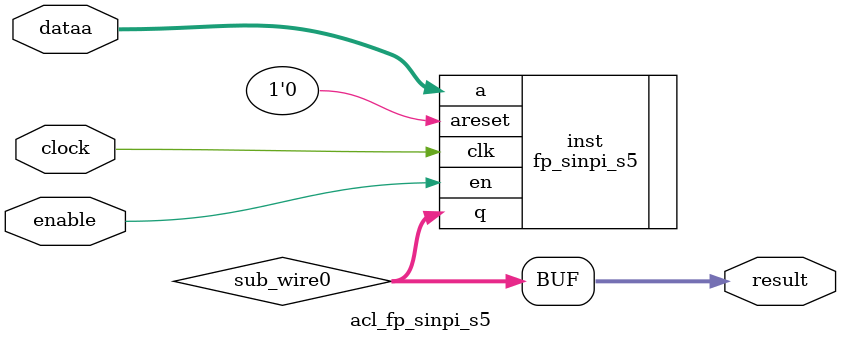
<source format=v>


`timescale 1 ps / 1 ps
// synopsys translate_on
module acl_fp_sinpi_s5 (
	enable,
	clock,
	dataa,
	result);

	input	  enable;
	input	  clock;
	input	[31:0]  dataa;
	output	[31:0]  result;

	wire [31:0] sub_wire0;
	wire [31:0] result = sub_wire0[31:0];

	fp_sinpi_s5 inst(
				.en (enable),
				.clk (clock),
				.a (dataa),
				.q (sub_wire0),
        .areset(1'b0));

endmodule

</source>
